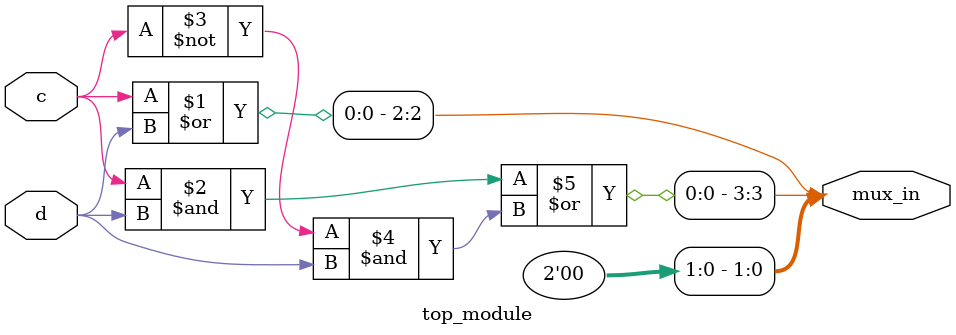
<source format=sv>
module top_module (
    input c,
    input d,
    output [3:0] mux_in
);

    assign mux_in[0] = 1'b0;
    assign mux_in[1] = 1'b0;
    assign mux_in[2] = c | d;
    assign mux_in[3] = (c & d) | (~c & d);

endmodule

</source>
